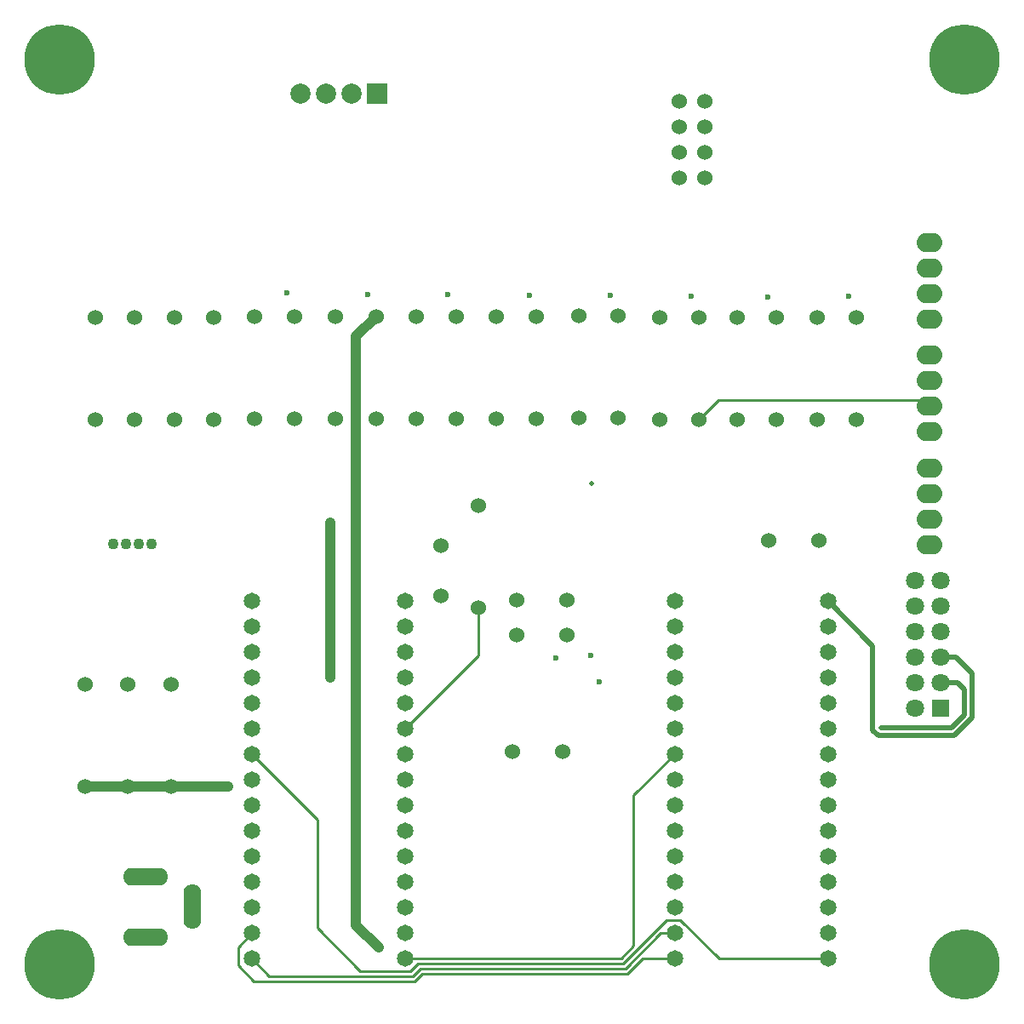
<source format=gbl>
G04 Layer_Physical_Order=4*
G04 Layer_Color=10027212*
%FSLAX43Y43*%
%MOMM*%
G71*
G01*
G75*
%ADD14C,0.254*%
%ADD15C,0.500*%
%ADD16C,1.524*%
%ADD17C,1.100*%
%ADD18C,1.651*%
%ADD19O,1.750X4.500*%
%ADD20O,4.500X1.750*%
%ADD21O,2.540X1.905*%
%ADD22C,1.800*%
%ADD23R,1.800X1.800*%
%ADD24C,2.000*%
%ADD25R,2.000X2.000*%
%ADD26C,0.500*%
%ADD27C,7.000*%
%ADD28C,0.600*%
%ADD29C,1.000*%
D14*
X54395Y48429D02*
X61675Y55709D01*
Y60440D01*
X83605Y79201D02*
X85554Y81150D01*
X105905D01*
X106550Y80505D01*
X37750Y24875D02*
Y26704D01*
X39155Y28109D01*
Y45889D02*
X45650Y39394D01*
Y28600D02*
Y39394D01*
X77075Y41809D02*
X81180Y45914D01*
X77969Y25594D02*
X81180D01*
X77075Y26855D02*
Y41809D01*
X79791Y28134D02*
X81180D01*
X75853Y25633D02*
X77075Y26855D01*
X54395Y25569D02*
X54459Y25633D01*
X75853D01*
X55105Y23855D02*
X55867Y24617D01*
X76274D01*
X55316Y23347D02*
X56078Y24109D01*
X76484D01*
X76274Y24617D02*
X79791Y28134D01*
X55657Y25125D02*
X76063D01*
X54895Y24363D02*
X55657Y25125D01*
X76484Y24109D02*
X77969Y25594D01*
X40870Y23855D02*
X55105D01*
X45650Y28600D02*
X49887Y24363D01*
X54895D01*
X39278Y23347D02*
X55316D01*
X39155Y25569D02*
X40870Y23855D01*
X37750Y24875D02*
X39278Y23347D01*
X76063Y25125D02*
X80363Y29425D01*
X81750D01*
X85581Y25594D01*
X96420D01*
D15*
X109021Y47796D02*
X110750Y49525D01*
X101413Y47796D02*
X109021D01*
X100900Y48309D02*
Y56674D01*
Y48309D02*
X101413Y47796D01*
X109310Y53015D02*
X109996Y52329D01*
Y49837D02*
Y52329D01*
X108709Y48550D02*
X109996Y49837D01*
X109120Y55555D02*
X110750Y53925D01*
Y49525D02*
Y53925D01*
X101725Y48550D02*
X108709D01*
X96420Y61154D02*
X100900Y56674D01*
X107590Y55555D02*
X109120D01*
X107590Y53015D02*
X109310D01*
D16*
X65493Y57781D02*
D03*
X70493D02*
D03*
X65493Y61200D02*
D03*
X70493D02*
D03*
X65050Y46200D02*
D03*
X70050D02*
D03*
X61675Y70600D02*
D03*
Y60440D02*
D03*
X57913Y66628D02*
D03*
Y61628D02*
D03*
X31075Y52879D02*
D03*
Y42719D02*
D03*
X26800Y52879D02*
D03*
Y42719D02*
D03*
X22525Y52879D02*
D03*
Y42719D02*
D03*
X31400Y89385D02*
D03*
Y79225D02*
D03*
X35325D02*
D03*
Y89385D02*
D03*
X23550D02*
D03*
Y79225D02*
D03*
X27475D02*
D03*
Y89385D02*
D03*
X59475Y89428D02*
D03*
Y79268D02*
D03*
X63443D02*
D03*
Y89428D02*
D03*
X67452D02*
D03*
Y79268D02*
D03*
X55466Y89428D02*
D03*
Y79268D02*
D03*
X51459D02*
D03*
Y89428D02*
D03*
X47451D02*
D03*
Y79268D02*
D03*
X43392D02*
D03*
Y89428D02*
D03*
X39383D02*
D03*
Y79268D02*
D03*
X84175Y110875D02*
D03*
X81635D02*
D03*
X84175Y108335D02*
D03*
X81635D02*
D03*
X84175Y105795D02*
D03*
X81635D02*
D03*
X84175Y103255D02*
D03*
X81635D02*
D03*
X95500Y67175D02*
D03*
X90500D02*
D03*
X75570Y89486D02*
D03*
Y79326D02*
D03*
X91266Y79176D02*
D03*
Y89336D02*
D03*
X99227Y79201D02*
D03*
Y89361D02*
D03*
X83605D02*
D03*
Y79201D02*
D03*
X79698D02*
D03*
Y89361D02*
D03*
X87359Y89336D02*
D03*
Y79176D02*
D03*
X95320Y89361D02*
D03*
Y79201D02*
D03*
X71663Y89486D02*
D03*
Y79326D02*
D03*
D17*
X25295Y66825D02*
D03*
X26565D02*
D03*
X27835D02*
D03*
X29105D02*
D03*
D18*
X96420Y33214D02*
D03*
Y43374D02*
D03*
Y40834D02*
D03*
Y38294D02*
D03*
Y35754D02*
D03*
Y30674D02*
D03*
Y28134D02*
D03*
Y25594D02*
D03*
Y45914D02*
D03*
Y48454D02*
D03*
Y50994D02*
D03*
Y53534D02*
D03*
Y56074D02*
D03*
Y58614D02*
D03*
Y61154D02*
D03*
X81180Y25594D02*
D03*
Y28134D02*
D03*
Y30674D02*
D03*
Y33214D02*
D03*
Y35754D02*
D03*
Y38294D02*
D03*
Y40834D02*
D03*
Y43374D02*
D03*
Y45914D02*
D03*
Y48454D02*
D03*
Y50994D02*
D03*
Y53534D02*
D03*
Y56074D02*
D03*
Y58614D02*
D03*
Y61154D02*
D03*
X39155Y61129D02*
D03*
Y58589D02*
D03*
Y56049D02*
D03*
Y53509D02*
D03*
Y50969D02*
D03*
Y48429D02*
D03*
Y45889D02*
D03*
Y43349D02*
D03*
Y40809D02*
D03*
Y38269D02*
D03*
Y35729D02*
D03*
Y33189D02*
D03*
Y30649D02*
D03*
Y28109D02*
D03*
Y25569D02*
D03*
X54395Y61129D02*
D03*
Y58589D02*
D03*
Y56049D02*
D03*
Y53509D02*
D03*
Y50969D02*
D03*
Y48429D02*
D03*
Y45889D02*
D03*
Y25569D02*
D03*
Y28109D02*
D03*
Y30649D02*
D03*
Y33189D02*
D03*
Y35729D02*
D03*
Y38269D02*
D03*
Y40809D02*
D03*
Y43349D02*
D03*
D19*
X33225Y30750D02*
D03*
D20*
X28525Y33750D02*
D03*
Y27750D02*
D03*
D21*
X106550Y96785D02*
D03*
Y94245D02*
D03*
Y91705D02*
D03*
Y89165D02*
D03*
Y85585D02*
D03*
Y83045D02*
D03*
Y80505D02*
D03*
Y77965D02*
D03*
Y74360D02*
D03*
Y71820D02*
D03*
Y69280D02*
D03*
Y66740D02*
D03*
D22*
X107590Y63175D02*
D03*
Y60635D02*
D03*
Y58095D02*
D03*
Y55555D02*
D03*
Y53015D02*
D03*
X105050Y50475D02*
D03*
Y53015D02*
D03*
Y55555D02*
D03*
Y58095D02*
D03*
Y60635D02*
D03*
Y63175D02*
D03*
D23*
X107590Y50475D02*
D03*
D24*
X43980Y111600D02*
D03*
X46520D02*
D03*
X49060D02*
D03*
D25*
X51600D02*
D03*
D26*
X51725Y26700D02*
D03*
X36756Y42719D02*
D03*
X101725Y48550D02*
D03*
X72900Y72850D02*
D03*
X46900Y53500D02*
D03*
X46950Y68925D02*
D03*
D27*
X110000Y115000D02*
D03*
X20000D02*
D03*
Y25000D02*
D03*
X110000D02*
D03*
D28*
X42565Y91810D02*
D03*
X66725Y91575D02*
D03*
X58589Y91664D02*
D03*
X50625Y91600D02*
D03*
X82833Y91471D02*
D03*
X90483Y91421D02*
D03*
X98458Y91446D02*
D03*
X74807Y91557D02*
D03*
X72850Y55775D02*
D03*
X73675Y53075D02*
D03*
X69350Y55475D02*
D03*
D29*
X31075Y42719D02*
X36756D01*
X26800D02*
X31075D01*
X22525D02*
X26800D01*
X49500Y87469D02*
X51459Y89428D01*
X49500Y28925D02*
Y87469D01*
X46900Y68975D02*
X46950Y68925D01*
X46900Y53500D02*
Y68975D01*
X49500Y28925D02*
X51725Y26700D01*
M02*

</source>
